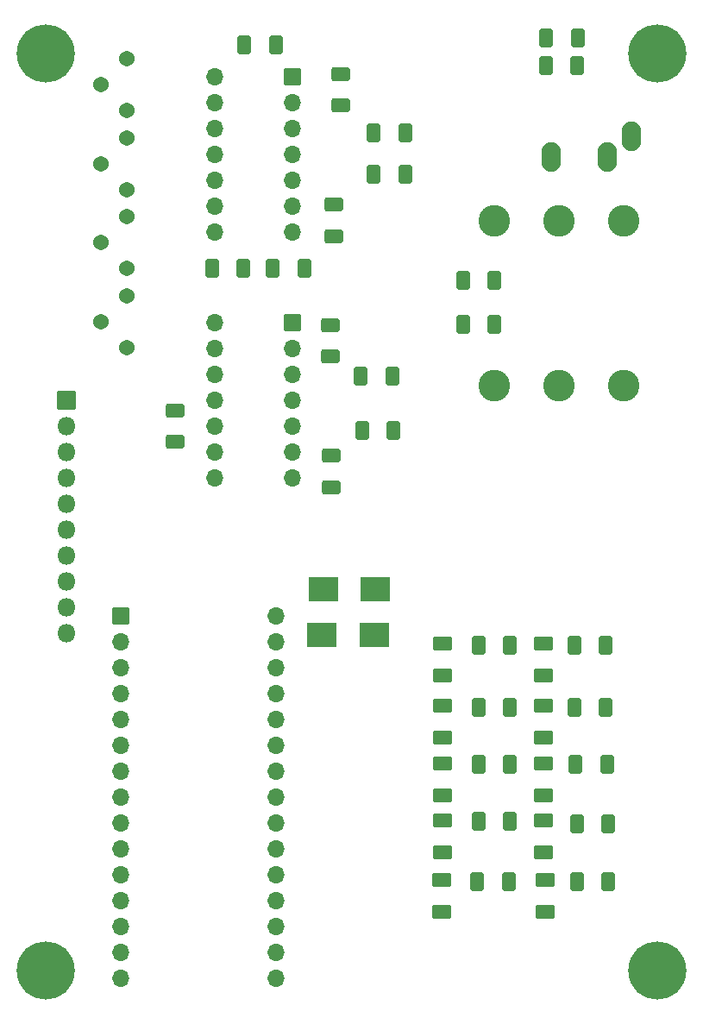
<source format=gbr>
%TF.GenerationSoftware,KiCad,Pcbnew,(6.0.4)*%
%TF.CreationDate,2023-07-24T12:51:13-04:00*%
%TF.ProjectId,BREAD_Slice,42524541-445f-4536-9c69-63652e6b6963,rev?*%
%TF.SameCoordinates,Original*%
%TF.FileFunction,Soldermask,Bot*%
%TF.FilePolarity,Negative*%
%FSLAX46Y46*%
G04 Gerber Fmt 4.6, Leading zero omitted, Abs format (unit mm)*
G04 Created by KiCad (PCBNEW (6.0.4)) date 2023-07-24 12:51:13*
%MOMM*%
%LPD*%
G01*
G04 APERTURE LIST*
G04 Aperture macros list*
%AMRoundRect*
0 Rectangle with rounded corners*
0 $1 Rounding radius*
0 $2 $3 $4 $5 $6 $7 $8 $9 X,Y pos of 4 corners*
0 Add a 4 corners polygon primitive as box body*
4,1,4,$2,$3,$4,$5,$6,$7,$8,$9,$2,$3,0*
0 Add four circle primitives for the rounded corners*
1,1,$1+$1,$2,$3*
1,1,$1+$1,$4,$5*
1,1,$1+$1,$6,$7*
1,1,$1+$1,$8,$9*
0 Add four rect primitives between the rounded corners*
20,1,$1+$1,$2,$3,$4,$5,0*
20,1,$1+$1,$4,$5,$6,$7,0*
20,1,$1+$1,$6,$7,$8,$9,0*
20,1,$1+$1,$8,$9,$2,$3,0*%
G04 Aperture macros list end*
%ADD10C,5.700000*%
%ADD11RoundRect,0.050000X-0.800000X-0.800000X0.800000X-0.800000X0.800000X0.800000X-0.800000X0.800000X0*%
%ADD12O,1.700000X1.700000*%
%ADD13RoundRect,0.050000X-0.850000X-0.850000X0.850000X-0.850000X0.850000X0.850000X-0.850000X0.850000X0*%
%ADD14O,1.800000X1.800000*%
%ADD15C,3.100000*%
%ADD16C,1.540000*%
%ADD17O,1.900000X2.900000*%
%ADD18RoundRect,0.050000X-1.385000X-1.175000X1.385000X-1.175000X1.385000X1.175000X-1.385000X1.175000X0*%
%ADD19RoundRect,0.299998X-0.650002X0.412502X-0.650002X-0.412502X0.650002X-0.412502X0.650002X0.412502X0*%
%ADD20RoundRect,0.299998X0.650002X-0.412502X0.650002X0.412502X-0.650002X0.412502X-0.650002X-0.412502X0*%
%ADD21RoundRect,0.299999X-0.625001X0.400001X-0.625001X-0.400001X0.625001X-0.400001X0.625001X0.400001X0*%
%ADD22RoundRect,0.299999X-0.400001X-0.625001X0.400001X-0.625001X0.400001X0.625001X-0.400001X0.625001X0*%
%ADD23RoundRect,0.299999X0.400001X0.625001X-0.400001X0.625001X-0.400001X-0.625001X0.400001X-0.625001X0*%
%ADD24RoundRect,0.299999X0.625001X-0.400001X0.625001X0.400001X-0.625001X0.400001X-0.625001X-0.400001X0*%
%ADD25RoundRect,0.050000X0.800000X0.800000X-0.800000X0.800000X-0.800000X-0.800000X0.800000X-0.800000X0*%
G04 APERTURE END LIST*
D10*
%TO.C,H1*%
X127600000Y-44800000D03*
%TD*%
%TO.C,H2*%
X187600000Y-44800000D03*
%TD*%
%TO.C,H3*%
X127600000Y-134800000D03*
%TD*%
%TO.C,H4*%
X187600000Y-134800000D03*
%TD*%
D11*
%TO.C,A1*%
X135000000Y-100000000D03*
D12*
X135000000Y-102540000D03*
X135000000Y-105080000D03*
X135000000Y-107620000D03*
X135000000Y-110160000D03*
X135000000Y-112700000D03*
X135000000Y-115240000D03*
X135000000Y-117780000D03*
X135000000Y-120320000D03*
X135000000Y-122860000D03*
X135000000Y-125400000D03*
X135000000Y-127940000D03*
X135000000Y-130480000D03*
X135000000Y-133020000D03*
X135000000Y-135560000D03*
X150240000Y-135560000D03*
X150240000Y-133020000D03*
X150240000Y-130480000D03*
X150240000Y-127940000D03*
X150240000Y-125400000D03*
X150240000Y-122860000D03*
X150240000Y-120320000D03*
X150240000Y-117780000D03*
X150240000Y-115240000D03*
X150240000Y-112700000D03*
X150240000Y-110160000D03*
X150240000Y-107620000D03*
X150240000Y-105080000D03*
X150240000Y-102540000D03*
X150240000Y-100000000D03*
%TD*%
D13*
%TO.C,J1*%
X129600000Y-78800000D03*
D14*
X129600000Y-81340000D03*
X129600000Y-83880000D03*
X129600000Y-86420000D03*
X129600000Y-88960000D03*
X129600000Y-91500000D03*
X129600000Y-94040000D03*
X129600000Y-96580000D03*
X129600000Y-99120000D03*
X129600000Y-101660000D03*
%TD*%
D15*
%TO.C,J3*%
X177972000Y-61187000D03*
X177972000Y-77417000D03*
X184322000Y-61187000D03*
X184322000Y-77417000D03*
X171622000Y-61187000D03*
X171622000Y-77417000D03*
%TD*%
D16*
%TO.C,RV1*%
X135554000Y-50392000D03*
X133014000Y-47852000D03*
X135554000Y-45312000D03*
%TD*%
%TO.C,RV2*%
X135554000Y-58139000D03*
X133014000Y-55599000D03*
X135554000Y-53059000D03*
%TD*%
%TO.C,RV3*%
X135554000Y-65886000D03*
X133014000Y-63346000D03*
X135554000Y-60806000D03*
%TD*%
%TO.C,RV4*%
X135554000Y-73633000D03*
X133014000Y-71093000D03*
X135554000Y-68553000D03*
%TD*%
D17*
%TO.C,J2*%
X177184000Y-54932000D03*
X185084000Y-52932000D03*
X182684000Y-54932000D03*
%TD*%
D18*
%TO.C,C2*%
X154701000Y-101827000D03*
X159841000Y-101827000D03*
%TD*%
%TO.C,C1*%
X154828000Y-97382000D03*
X159968000Y-97382000D03*
%TD*%
D19*
%TO.C,C3*%
X176575000Y-125918500D03*
X176575000Y-129043500D03*
%TD*%
D20*
%TO.C,C4*%
X166415000Y-129043500D03*
X166415000Y-125918500D03*
%TD*%
D19*
%TO.C,C5*%
X176448000Y-120076500D03*
X176448000Y-123201500D03*
%TD*%
D20*
%TO.C,C6*%
X166542000Y-123201500D03*
X166542000Y-120076500D03*
%TD*%
D19*
%TO.C,C7*%
X176448000Y-114488500D03*
X176448000Y-117613500D03*
%TD*%
D20*
%TO.C,C8*%
X166542000Y-117613500D03*
X166542000Y-114488500D03*
%TD*%
D19*
%TO.C,C9*%
X176448000Y-108773500D03*
X176448000Y-111898500D03*
%TD*%
D20*
%TO.C,C10*%
X166542000Y-111898500D03*
X166542000Y-108773500D03*
%TD*%
D19*
%TO.C,C11*%
X176448000Y-102677500D03*
X176448000Y-105802500D03*
%TD*%
D20*
%TO.C,C12*%
X166542000Y-105802500D03*
X166542000Y-102677500D03*
%TD*%
D21*
%TO.C,R1*%
X156509000Y-46810000D03*
X156509000Y-49910000D03*
%TD*%
D22*
%TO.C,R2*%
X147085000Y-43915000D03*
X150185000Y-43915000D03*
%TD*%
D23*
%TO.C,R3*%
X162885000Y-52551000D03*
X159785000Y-52551000D03*
%TD*%
D22*
%TO.C,R4*%
X159785000Y-56615000D03*
X162885000Y-56615000D03*
%TD*%
D24*
%TO.C,R5*%
X155874000Y-62737000D03*
X155874000Y-59637000D03*
%TD*%
D23*
%TO.C,R6*%
X147010000Y-65886000D03*
X143910000Y-65886000D03*
%TD*%
D21*
%TO.C,R7*%
X155493000Y-71448000D03*
X155493000Y-74548000D03*
%TD*%
D22*
%TO.C,R8*%
X158515000Y-76427000D03*
X161615000Y-76427000D03*
%TD*%
D23*
%TO.C,R9*%
X161742000Y-81761000D03*
X158642000Y-81761000D03*
%TD*%
%TO.C,R10*%
X152979000Y-65886000D03*
X149879000Y-65886000D03*
%TD*%
D24*
%TO.C,R11*%
X155620000Y-87375000D03*
X155620000Y-84275000D03*
%TD*%
D21*
%TO.C,R12*%
X140253000Y-79830000D03*
X140253000Y-82930000D03*
%TD*%
D23*
%TO.C,R13*%
X179802000Y-43280000D03*
X176702000Y-43280000D03*
%TD*%
%TO.C,R14*%
X179776000Y-45947000D03*
X176676000Y-45947000D03*
%TD*%
%TO.C,R15*%
X171648000Y-67029000D03*
X168548000Y-67029000D03*
%TD*%
%TO.C,R16*%
X171648000Y-71347000D03*
X168548000Y-71347000D03*
%TD*%
%TO.C,R17*%
X182824000Y-126084000D03*
X179724000Y-126084000D03*
%TD*%
D22*
%TO.C,R18*%
X169945000Y-126084000D03*
X173045000Y-126084000D03*
%TD*%
D23*
%TO.C,R19*%
X182824000Y-120369000D03*
X179724000Y-120369000D03*
%TD*%
D22*
%TO.C,R20*%
X170072000Y-120115000D03*
X173172000Y-120115000D03*
%TD*%
D23*
%TO.C,R21*%
X182697000Y-114527000D03*
X179597000Y-114527000D03*
%TD*%
D22*
%TO.C,R22*%
X170072000Y-114527000D03*
X173172000Y-114527000D03*
%TD*%
D23*
%TO.C,R23*%
X182570000Y-108939000D03*
X179470000Y-108939000D03*
%TD*%
D22*
%TO.C,R24*%
X170072000Y-108939000D03*
X173172000Y-108939000D03*
%TD*%
D23*
%TO.C,R25*%
X182570000Y-102843000D03*
X179470000Y-102843000D03*
%TD*%
D22*
%TO.C,R26*%
X170072000Y-102843000D03*
X173172000Y-102843000D03*
%TD*%
D25*
%TO.C,U1*%
X151810000Y-47090000D03*
D12*
X151810000Y-49630000D03*
X151810000Y-52170000D03*
X151810000Y-54710000D03*
X151810000Y-57250000D03*
X151810000Y-59790000D03*
X151810000Y-62330000D03*
X144190000Y-62330000D03*
X144190000Y-59790000D03*
X144190000Y-57250000D03*
X144190000Y-54710000D03*
X144190000Y-52170000D03*
X144190000Y-49630000D03*
X144190000Y-47090000D03*
%TD*%
D25*
%TO.C,U2*%
X151810000Y-71220000D03*
D12*
X151810000Y-73760000D03*
X151810000Y-76300000D03*
X151810000Y-78840000D03*
X151810000Y-81380000D03*
X151810000Y-83920000D03*
X151810000Y-86460000D03*
X144190000Y-86460000D03*
X144190000Y-83920000D03*
X144190000Y-81380000D03*
X144190000Y-78840000D03*
X144190000Y-76300000D03*
X144190000Y-73760000D03*
X144190000Y-71220000D03*
%TD*%
M02*

</source>
